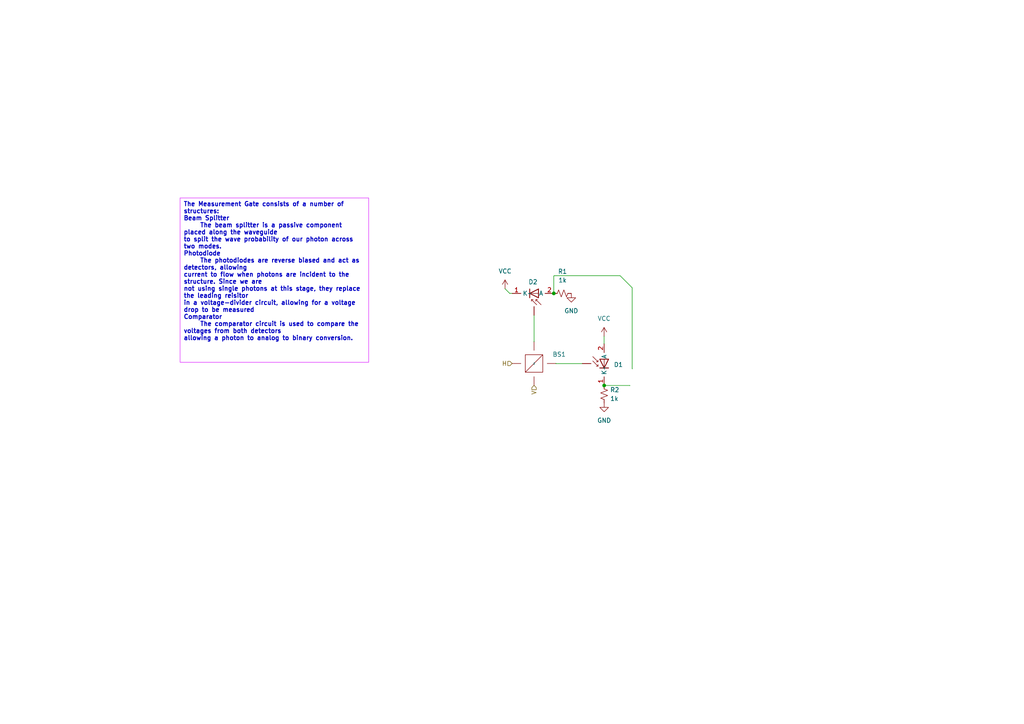
<source format=kicad_sch>
(kicad_sch (version 20230121) (generator eeschema)
  (paper "A4")
  (lib_symbols
    (symbol "Device:R_Small_US" (pin_numbers hide) (pin_names (offset 0.254) hide)
      (property "Reference" "R" (at 0.762 0.508 0))
      (property "Value" "R_Small_US" (at 0.762 -1.016 0))
      (symbol "R_Small_US_1_1"
        (polyline (pts (xy 0 0) (xy 1.016 -0.381) (xy 0 -0.762) (xy -1.016 -1.143) (xy 0 -1.524)))
        (polyline (pts (xy 0 1.524) (xy 1.016 1.143) (xy 0 0.762) (xy -1.016 0.381) (xy 0 0)))
        (pin passive line (at 0 2.54 270) (length 1.016) (name "~") (number "1"))
        (pin passive line (at 0 -2.54 90) (length 1.016) (name "~") (number "2"))
      )
    )
    (symbol "photonic_structures:BeamSplitter"
      (property "Reference" "BS" (at 7.62 2.54 0))
      (symbol "BeamSplitter_0_1"
        (rectangle (start -2.54 2.54) (end 2.54 -2.54))
        (polyline (pts (xy 2.54 -2.54) (xy -2.54 2.54)))
      )
      (symbol "BeamSplitter_1_1"
        (pin bidirectional line (at -6.35 0 0) (length 2.54) (name "") (number ""))
        (pin bidirectional line (at 0 -6.35 90) (length 2.54) (name "") (number ""))
        (pin bidirectional line (at 0 6.35 270) (length 2.54) (name "") (number ""))
        (pin bidirectional line (at 6.35 0 180) (length 2.54) (name "") (number ""))
      )
    )
    (symbol "photonic_structures:PhotoDiode"
      (property "Reference" "D" (at 1.27 -1.905 0))
      (symbol "PhotoDiode_0_1"
        (polyline (pts (xy 0 1.27) (xy 0 -1.27)) (stroke (width 0.254)))
        (polyline (pts (xy 0.508 1.778) (xy 1.016 1.778)))
        (polyline (pts (xy 2.54 0) (xy 0 0)))
        (polyline (pts (xy 2.032 3.302) (xy 0.508 1.778) (xy 0.508 2.286)))
        (polyline (pts (xy 2.54 -1.27) (xy 2.54 1.27) (xy 0 0) (xy 2.54 -1.27)) (stroke (width 0.254)))
        (polyline (pts (xy 3.302 3.302) (xy 1.778 1.778) (xy 1.778 2.286) (xy 1.778 1.778) (xy 2.286 1.778)))
      )
      (symbol "PhotoDiode_1_1"
        (pin bidirectional line (at 1.27 6.35 270) (length 2.54) (name "") (number ""))
        (pin passive line (at -5.08 0 0) (length 2.54) (name "K") (number "1"))
        (pin passive line (at 6.985 0 180) (length 2.54) (name "A") (number "2"))
      )
    )
    (symbol "power:GND" (power) (pin_names (offset 0))
      (property "Value" "GND" (at 0 -3.81 0))
      (symbol "GND_0_1"
        (polyline (pts (xy 0 0) (xy 0 -1.27) (xy 1.27 -1.27) (xy 0 -2.54) (xy -1.27 -1.27) (xy 0 -1.27)))
      )
      (symbol "GND_1_1"
        (pin power_in line (at 0 0 270) (length 0) hide (name "GND") (number "1"))
      )
    )
    (symbol "power:VCC" (power) (pin_names (offset 0))
      (property "Value" "VCC" (at 0 3.81 0))
      (symbol "VCC_0_1"
        (polyline (pts (xy -0.762 1.27) (xy 0 2.54)))
        (polyline (pts (xy 0 0) (xy 0 2.54)))
        (polyline (pts (xy 0 2.54) (xy 0.762 1.27)))
      )
      (symbol "VCC_1_1"
        (pin power_in line (at 0 0 90) (length 0) hide (name "VCC") (number "1"))
      )
    )
  )
  (junction (at 175.2332 111.8061))
  (junction (at 160.6207 85.0981))
  (wire (pts (xy 175.2099 97.5385) (xy 175.2099 99.7178)))
  (wire (pts (xy 160.7303 79.9629) (xy 179.8553 79.9629)))
  (wire (pts (xy 179.8553 79.9629) (xy 183.3545 83.4621)))
  (wire (pts (xy 168.8832 105.4561) (xy 161.2738 105.4561)))
  (wire (pts (xy 161.2738 105.4561) (xy 161.2439 105.4262)))
  (wire (pts (xy 183.3545 106.9225) (xy 183.4293 106.9973)))
  (wire (pts (xy 154.9057 99.0644) (xy 154.8939 99.0762)))
  (wire (pts (xy 175.2099 99.7178) (xy 175.2332 99.7411)))
  (wire (pts (xy 154.9057 91.4481) (xy 154.9057 99.0644)))
  (wire (pts (xy 182.6754 111.8061) (xy 182.7124 111.8431)))
  (wire (pts (xy 147.8323 85.0981) (xy 146.4844 83.7502)))
  (wire (pts (xy 160.6207 80.0725) (xy 160.7303 79.9629)))
  (wire (pts (xy 160.6207 85.0981) (xy 160.6207 80.0725)))
  (wire (pts (xy 175.2332 111.8061) (xy 182.6754 111.8061)))
  (wire (pts (xy 183.3545 83.4621) (xy 183.3545 106.9225)))
  (wire (pts (xy 148.5557 85.0981) (xy 147.8323 85.0981)))
  (text_box "The Measurement Gate consists of a number of structures:\nBeam Splitter\n	The beam splitter is a passive component placed along the waveguide\nto split the wave probability of our photon across two modes.\nPhotodiode\n	The photodiodes are reverse biased and act as detectors, allowing\ncurrent to flow when photons are incident to the structure. Since we are\nnot using single photons at this stage, they replace the leading reisitor\nin a voltage-divider circuit, allowing for a voltage drop to be measured\nComparator\n	The comparator circuit is used to compare the voltages from both detectors\nallowing a photon to analog to binary conversion." (at 52.2295 57.4212 0) (size 54.7122 47.6525) (stroke (width 0) (color 221 47 255 1)) (effects (font (size 1.27 1.27) (thickness 0.254) bold) (justify left top)))
  (hierarchical_label "V" (shape input) (at 154.8939 111.7762 270))
  (hierarchical_label "H" (shape input) (at 148.5439 105.4262 180))
  (symbol (lib_id "photonic_structures:BeamSplitter") (at 154.8939 105.4262 270) (unit 1)
    (property "Reference" "BS1" (at 162.1946 102.7845 90))
    (property "Value" "~" (at 154.8939 105.4262 0))
    (instances (project "qrng" (path "" (reference "BS1") (unit 1)) (path "" (reference "BS2") (unit 1))))
  )
  (symbol (lib_id "power:VCC") (at 146.4844 83.7502 0) (unit 1)
    (property "Reference" "#PWR03" (effects hide))
    (property "Value" "VCC" (at 146.4844 78.6621 0))
  )
  (symbol (lib_id "power:GND") (at 175.2332 116.8861 0) (unit 1)
    (property "Reference" "#PWR06" (effects hide))
    (property "Value" "GND" (at 175.2332 121.9485 0))
  )
  (symbol (lib_id "photonic_structures:PhotoDiode") (at 175.2332 106.7261 90) (unit 1)
    (property "Reference" "D1" (at 178.0151 105.7736 90) (effects (justify right)))
    (property "Value" "~" (at 175.2332 106.7261 0))
    (instances (project "qrng" (path "" (reference "D1") (unit 1)) (path "" (reference "D8") (unit 1))))
  )
  (symbol (lib_id "Device:R_Small_US") (at 175.2332 114.3461 180) (unit 1)
    (property "Reference" "R2" (at 176.9521 113.0761 0) (effects (justify right)))
    (property "Value" "1k" (at 176.9521 115.6161 0) (effects (justify right)))
  )
  (symbol (lib_id "power:VCC") (at 175.2099 97.5385 0) (unit 1)
    (property "Reference" "#PWR02" (effects hide))
    (property "Value" "VCC" (at 175.2099 92.3921 0))
    (instances (project "qrng" (path "" (reference "#PWR02") (unit 1)) (path "" (reference "#PWR05") (unit 1))))
  )
  (symbol (lib_id "Device:R_Small_US") (at 163.1607 85.0981 90) (unit 1)
    (property "Reference" "R1" (at 163.1607 78.74 90))
    (property "Value" "1k" (at 163.1607 81.28 90))
  )
  (symbol (lib_id "photonic_structures:PhotoDiode") (at 153.6357 85.0981 0) (mirror x) (unit 1)
    (property "Reference" "D2" (at 154.5882 81.7795 0))
    (property "Value" "~" (at 153.6357 85.0981 0))
    (instances (project "qrng" (path "" (reference "D2") (unit 1)) (path "" (reference "D7") (unit 1))))
  )
  (symbol (lib_id "power:GND") (at 165.7007 85.0981 0) (unit 1)
    (property "Reference" "#PWR05" (effects hide))
    (property "Value" "GND" (at 165.7007 90.1605 0))
    (instances (project "qrng" (path "" (reference "#PWR04") (unit 1))))
  )
)
</source>
